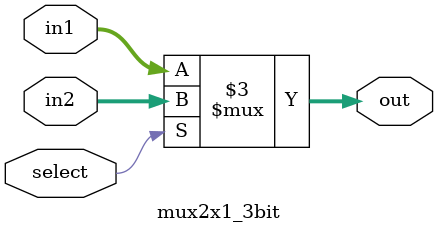
<source format=v>
module mux2x1_3bit(input [2:0] in1, input [2:0] in2, input select, output reg [2:0] out);
    always @(*) begin
        if (select) begin
            out <= in2;
        end else begin
            out <= in1;
        end
    end
endmodule
</source>
